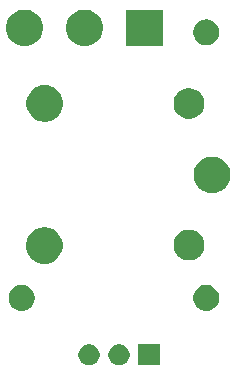
<source format=gbr>
G04 #@! TF.GenerationSoftware,KiCad,Pcbnew,5.1.5-52549c5~86~ubuntu19.10.1*
G04 #@! TF.CreationDate,2020-04-08T21:24:30+02:00*
G04 #@! TF.ProjectId,Universal-Relay-Board,556e6976-6572-4736-916c-2d52656c6179,rev?*
G04 #@! TF.SameCoordinates,Original*
G04 #@! TF.FileFunction,Soldermask,Bot*
G04 #@! TF.FilePolarity,Negative*
%FSLAX46Y46*%
G04 Gerber Fmt 4.6, Leading zero omitted, Abs format (unit mm)*
G04 Created by KiCad (PCBNEW 5.1.5-52549c5~86~ubuntu19.10.1) date 2020-04-08 21:24:30*
%MOMM*%
%LPD*%
G04 APERTURE LIST*
%ADD10C,0.100000*%
G04 APERTURE END LIST*
D10*
G36*
X120128512Y-74033927D02*
G01*
X120277812Y-74063624D01*
X120441784Y-74131544D01*
X120589354Y-74230147D01*
X120714853Y-74355646D01*
X120813456Y-74503216D01*
X120881376Y-74667188D01*
X120916000Y-74841259D01*
X120916000Y-75018741D01*
X120881376Y-75192812D01*
X120813456Y-75356784D01*
X120714853Y-75504354D01*
X120589354Y-75629853D01*
X120441784Y-75728456D01*
X120277812Y-75796376D01*
X120128512Y-75826073D01*
X120103742Y-75831000D01*
X119926258Y-75831000D01*
X119901488Y-75826073D01*
X119752188Y-75796376D01*
X119588216Y-75728456D01*
X119440646Y-75629853D01*
X119315147Y-75504354D01*
X119216544Y-75356784D01*
X119148624Y-75192812D01*
X119114000Y-75018741D01*
X119114000Y-74841259D01*
X119148624Y-74667188D01*
X119216544Y-74503216D01*
X119315147Y-74355646D01*
X119440646Y-74230147D01*
X119588216Y-74131544D01*
X119752188Y-74063624D01*
X119901488Y-74033927D01*
X119926258Y-74029000D01*
X120103742Y-74029000D01*
X120128512Y-74033927D01*
G37*
G36*
X117588512Y-74033927D02*
G01*
X117737812Y-74063624D01*
X117901784Y-74131544D01*
X118049354Y-74230147D01*
X118174853Y-74355646D01*
X118273456Y-74503216D01*
X118341376Y-74667188D01*
X118376000Y-74841259D01*
X118376000Y-75018741D01*
X118341376Y-75192812D01*
X118273456Y-75356784D01*
X118174853Y-75504354D01*
X118049354Y-75629853D01*
X117901784Y-75728456D01*
X117737812Y-75796376D01*
X117588512Y-75826073D01*
X117563742Y-75831000D01*
X117386258Y-75831000D01*
X117361488Y-75826073D01*
X117212188Y-75796376D01*
X117048216Y-75728456D01*
X116900646Y-75629853D01*
X116775147Y-75504354D01*
X116676544Y-75356784D01*
X116608624Y-75192812D01*
X116574000Y-75018741D01*
X116574000Y-74841259D01*
X116608624Y-74667188D01*
X116676544Y-74503216D01*
X116775147Y-74355646D01*
X116900646Y-74230147D01*
X117048216Y-74131544D01*
X117212188Y-74063624D01*
X117361488Y-74033927D01*
X117386258Y-74029000D01*
X117563742Y-74029000D01*
X117588512Y-74033927D01*
G37*
G36*
X123456000Y-75831000D02*
G01*
X121654000Y-75831000D01*
X121654000Y-74029000D01*
X123456000Y-74029000D01*
X123456000Y-75831000D01*
G37*
G36*
X127595794Y-69024155D02*
G01*
X127702150Y-69045311D01*
X127902520Y-69128307D01*
X128082844Y-69248795D01*
X128236205Y-69402156D01*
X128356693Y-69582480D01*
X128439689Y-69782851D01*
X128482000Y-69995560D01*
X128482000Y-70212440D01*
X128439689Y-70425149D01*
X128356693Y-70625520D01*
X128236205Y-70805844D01*
X128082844Y-70959205D01*
X127902520Y-71079693D01*
X127802334Y-71121191D01*
X127702150Y-71162689D01*
X127595794Y-71183845D01*
X127489440Y-71205000D01*
X127272560Y-71205000D01*
X127166206Y-71183845D01*
X127059850Y-71162689D01*
X126959666Y-71121191D01*
X126859480Y-71079693D01*
X126679156Y-70959205D01*
X126525795Y-70805844D01*
X126405307Y-70625520D01*
X126322311Y-70425149D01*
X126280000Y-70212440D01*
X126280000Y-69995560D01*
X126322311Y-69782851D01*
X126405307Y-69582480D01*
X126525795Y-69402156D01*
X126679156Y-69248795D01*
X126859480Y-69128307D01*
X127059850Y-69045311D01*
X127166206Y-69024155D01*
X127272560Y-69003000D01*
X127489440Y-69003000D01*
X127595794Y-69024155D01*
G37*
G36*
X111974794Y-69024155D02*
G01*
X112081150Y-69045311D01*
X112281520Y-69128307D01*
X112461844Y-69248795D01*
X112615205Y-69402156D01*
X112735693Y-69582480D01*
X112818689Y-69782851D01*
X112861000Y-69995560D01*
X112861000Y-70212440D01*
X112818689Y-70425149D01*
X112735693Y-70625520D01*
X112615205Y-70805844D01*
X112461844Y-70959205D01*
X112281520Y-71079693D01*
X112181334Y-71121191D01*
X112081150Y-71162689D01*
X111974794Y-71183845D01*
X111868440Y-71205000D01*
X111651560Y-71205000D01*
X111545206Y-71183845D01*
X111438850Y-71162689D01*
X111338666Y-71121191D01*
X111238480Y-71079693D01*
X111058156Y-70959205D01*
X110904795Y-70805844D01*
X110784307Y-70625520D01*
X110701311Y-70425149D01*
X110659000Y-70212440D01*
X110659000Y-69995560D01*
X110701311Y-69782851D01*
X110784307Y-69582480D01*
X110904795Y-69402156D01*
X111058156Y-69248795D01*
X111238480Y-69128307D01*
X111438850Y-69045311D01*
X111545206Y-69024155D01*
X111651560Y-69003000D01*
X111868440Y-69003000D01*
X111974794Y-69024155D01*
G37*
G36*
X113982585Y-64168802D02*
G01*
X114132410Y-64198604D01*
X114414674Y-64315521D01*
X114668705Y-64485259D01*
X114884741Y-64701295D01*
X115054479Y-64955326D01*
X115171396Y-65237590D01*
X115231000Y-65537240D01*
X115231000Y-65842760D01*
X115171396Y-66142410D01*
X115054479Y-66424674D01*
X114884741Y-66678705D01*
X114668705Y-66894741D01*
X114414674Y-67064479D01*
X114132410Y-67181396D01*
X113982585Y-67211198D01*
X113832761Y-67241000D01*
X113527239Y-67241000D01*
X113377415Y-67211198D01*
X113227590Y-67181396D01*
X112945326Y-67064479D01*
X112691295Y-66894741D01*
X112475259Y-66678705D01*
X112305521Y-66424674D01*
X112188604Y-66142410D01*
X112129000Y-65842760D01*
X112129000Y-65537240D01*
X112188604Y-65237590D01*
X112305521Y-64955326D01*
X112475259Y-64701295D01*
X112691295Y-64485259D01*
X112945326Y-64315521D01*
X113227590Y-64198604D01*
X113377415Y-64168802D01*
X113527239Y-64139000D01*
X113832761Y-64139000D01*
X113982585Y-64168802D01*
G37*
G36*
X126309487Y-64388996D02*
G01*
X126541888Y-64485260D01*
X126546255Y-64487069D01*
X126759339Y-64629447D01*
X126940553Y-64810661D01*
X127082932Y-65023747D01*
X127181004Y-65260513D01*
X127231000Y-65511861D01*
X127231000Y-65768139D01*
X127181004Y-66019487D01*
X127130088Y-66142409D01*
X127082931Y-66256255D01*
X126940553Y-66469339D01*
X126759339Y-66650553D01*
X126546255Y-66792931D01*
X126546254Y-66792932D01*
X126546253Y-66792932D01*
X126309487Y-66891004D01*
X126058139Y-66941000D01*
X125801861Y-66941000D01*
X125550513Y-66891004D01*
X125313747Y-66792932D01*
X125313746Y-66792932D01*
X125313745Y-66792931D01*
X125100661Y-66650553D01*
X124919447Y-66469339D01*
X124777069Y-66256255D01*
X124729912Y-66142409D01*
X124678996Y-66019487D01*
X124629000Y-65768139D01*
X124629000Y-65511861D01*
X124678996Y-65260513D01*
X124777068Y-65023747D01*
X124919447Y-64810661D01*
X125100661Y-64629447D01*
X125313745Y-64487069D01*
X125318112Y-64485260D01*
X125550513Y-64388996D01*
X125801861Y-64339000D01*
X126058139Y-64339000D01*
X126309487Y-64388996D01*
G37*
G36*
X128182585Y-58168802D02*
G01*
X128332410Y-58198604D01*
X128614674Y-58315521D01*
X128868705Y-58485259D01*
X129084741Y-58701295D01*
X129254479Y-58955326D01*
X129371396Y-59237590D01*
X129431000Y-59537240D01*
X129431000Y-59842760D01*
X129371396Y-60142410D01*
X129254479Y-60424674D01*
X129084741Y-60678705D01*
X128868705Y-60894741D01*
X128614674Y-61064479D01*
X128332410Y-61181396D01*
X128182585Y-61211198D01*
X128032761Y-61241000D01*
X127727239Y-61241000D01*
X127577415Y-61211198D01*
X127427590Y-61181396D01*
X127145326Y-61064479D01*
X126891295Y-60894741D01*
X126675259Y-60678705D01*
X126505521Y-60424674D01*
X126388604Y-60142410D01*
X126329000Y-59842760D01*
X126329000Y-59537240D01*
X126388604Y-59237590D01*
X126505521Y-58955326D01*
X126675259Y-58701295D01*
X126891295Y-58485259D01*
X127145326Y-58315521D01*
X127427590Y-58198604D01*
X127577415Y-58168802D01*
X127727239Y-58139000D01*
X128032761Y-58139000D01*
X128182585Y-58168802D01*
G37*
G36*
X114032585Y-52118802D02*
G01*
X114182410Y-52148604D01*
X114464674Y-52265521D01*
X114718705Y-52435259D01*
X114934741Y-52651295D01*
X115104479Y-52905326D01*
X115221396Y-53187590D01*
X115281000Y-53487240D01*
X115281000Y-53792760D01*
X115221396Y-54092410D01*
X115104479Y-54374674D01*
X114934741Y-54628705D01*
X114718705Y-54844741D01*
X114464674Y-55014479D01*
X114182410Y-55131396D01*
X114032585Y-55161198D01*
X113882761Y-55191000D01*
X113577239Y-55191000D01*
X113427415Y-55161198D01*
X113277590Y-55131396D01*
X112995326Y-55014479D01*
X112741295Y-54844741D01*
X112525259Y-54628705D01*
X112355521Y-54374674D01*
X112238604Y-54092410D01*
X112179000Y-53792760D01*
X112179000Y-53487240D01*
X112238604Y-53187590D01*
X112355521Y-52905326D01*
X112525259Y-52651295D01*
X112741295Y-52435259D01*
X112995326Y-52265521D01*
X113277590Y-52148604D01*
X113427415Y-52118802D01*
X113577239Y-52089000D01*
X113882761Y-52089000D01*
X114032585Y-52118802D01*
G37*
G36*
X126309487Y-52388996D02*
G01*
X126546253Y-52487068D01*
X126546255Y-52487069D01*
X126759339Y-52629447D01*
X126940553Y-52810661D01*
X127082932Y-53023747D01*
X127181004Y-53260513D01*
X127231000Y-53511861D01*
X127231000Y-53768139D01*
X127181004Y-54019487D01*
X127150798Y-54092410D01*
X127082931Y-54256255D01*
X126940553Y-54469339D01*
X126759339Y-54650553D01*
X126546255Y-54792931D01*
X126546254Y-54792932D01*
X126546253Y-54792932D01*
X126309487Y-54891004D01*
X126058139Y-54941000D01*
X125801861Y-54941000D01*
X125550513Y-54891004D01*
X125313747Y-54792932D01*
X125313746Y-54792932D01*
X125313745Y-54792931D01*
X125100661Y-54650553D01*
X124919447Y-54469339D01*
X124777069Y-54256255D01*
X124709202Y-54092410D01*
X124678996Y-54019487D01*
X124629000Y-53768139D01*
X124629000Y-53511861D01*
X124678996Y-53260513D01*
X124777068Y-53023747D01*
X124919447Y-52810661D01*
X125100661Y-52629447D01*
X125313745Y-52487069D01*
X125313747Y-52487068D01*
X125550513Y-52388996D01*
X125801861Y-52339000D01*
X126058139Y-52339000D01*
X126309487Y-52388996D01*
G37*
G36*
X112316585Y-45722802D02*
G01*
X112466410Y-45752604D01*
X112748674Y-45869521D01*
X113002705Y-46039259D01*
X113218741Y-46255295D01*
X113388479Y-46509326D01*
X113505396Y-46791590D01*
X113565000Y-47091240D01*
X113565000Y-47396760D01*
X113505396Y-47696410D01*
X113388479Y-47978674D01*
X113218741Y-48232705D01*
X113002705Y-48448741D01*
X112748674Y-48618479D01*
X112466410Y-48735396D01*
X112316585Y-48765198D01*
X112166761Y-48795000D01*
X111861239Y-48795000D01*
X111711415Y-48765198D01*
X111561590Y-48735396D01*
X111279326Y-48618479D01*
X111025295Y-48448741D01*
X110809259Y-48232705D01*
X110639521Y-47978674D01*
X110522604Y-47696410D01*
X110463000Y-47396760D01*
X110463000Y-47091240D01*
X110522604Y-46791590D01*
X110639521Y-46509326D01*
X110809259Y-46255295D01*
X111025295Y-46039259D01*
X111279326Y-45869521D01*
X111561590Y-45752604D01*
X111711415Y-45722802D01*
X111861239Y-45693000D01*
X112166761Y-45693000D01*
X112316585Y-45722802D01*
G37*
G36*
X117396585Y-45722802D02*
G01*
X117546410Y-45752604D01*
X117828674Y-45869521D01*
X118082705Y-46039259D01*
X118298741Y-46255295D01*
X118468479Y-46509326D01*
X118585396Y-46791590D01*
X118645000Y-47091240D01*
X118645000Y-47396760D01*
X118585396Y-47696410D01*
X118468479Y-47978674D01*
X118298741Y-48232705D01*
X118082705Y-48448741D01*
X117828674Y-48618479D01*
X117546410Y-48735396D01*
X117396585Y-48765198D01*
X117246761Y-48795000D01*
X116941239Y-48795000D01*
X116791415Y-48765198D01*
X116641590Y-48735396D01*
X116359326Y-48618479D01*
X116105295Y-48448741D01*
X115889259Y-48232705D01*
X115719521Y-47978674D01*
X115602604Y-47696410D01*
X115543000Y-47396760D01*
X115543000Y-47091240D01*
X115602604Y-46791590D01*
X115719521Y-46509326D01*
X115889259Y-46255295D01*
X116105295Y-46039259D01*
X116359326Y-45869521D01*
X116641590Y-45752604D01*
X116791415Y-45722802D01*
X116941239Y-45693000D01*
X117246761Y-45693000D01*
X117396585Y-45722802D01*
G37*
G36*
X123725000Y-48795000D02*
G01*
X120623000Y-48795000D01*
X120623000Y-45693000D01*
X123725000Y-45693000D01*
X123725000Y-48795000D01*
G37*
G36*
X127595795Y-46545156D02*
G01*
X127702150Y-46566311D01*
X127802334Y-46607809D01*
X127902520Y-46649307D01*
X128082844Y-46769795D01*
X128236205Y-46923156D01*
X128356693Y-47103480D01*
X128439689Y-47303851D01*
X128482000Y-47516560D01*
X128482000Y-47733440D01*
X128439689Y-47946149D01*
X128356693Y-48146520D01*
X128236205Y-48326844D01*
X128082844Y-48480205D01*
X127902520Y-48600693D01*
X127702150Y-48683689D01*
X127595794Y-48704845D01*
X127489440Y-48726000D01*
X127272560Y-48726000D01*
X127166205Y-48704844D01*
X127059850Y-48683689D01*
X126859480Y-48600693D01*
X126679156Y-48480205D01*
X126525795Y-48326844D01*
X126405307Y-48146520D01*
X126322311Y-47946149D01*
X126280000Y-47733440D01*
X126280000Y-47516560D01*
X126322311Y-47303851D01*
X126405307Y-47103480D01*
X126525795Y-46923156D01*
X126679156Y-46769795D01*
X126859480Y-46649307D01*
X126959666Y-46607809D01*
X127059850Y-46566311D01*
X127166205Y-46545156D01*
X127272560Y-46524000D01*
X127489440Y-46524000D01*
X127595795Y-46545156D01*
G37*
M02*

</source>
